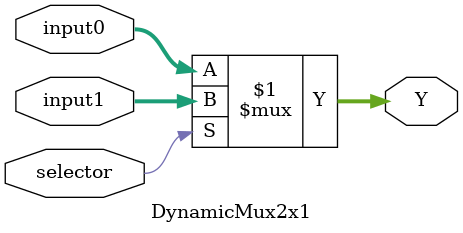
<source format=v>
`timescale 1ns / 1ps

module DynamicMux2x1 #(parameter bits = 32)(input [bits-1:0] input0, input1, input selector, output [bits-1:0] Y);

assign Y = (selector)? input1:input0;

endmodule

</source>
